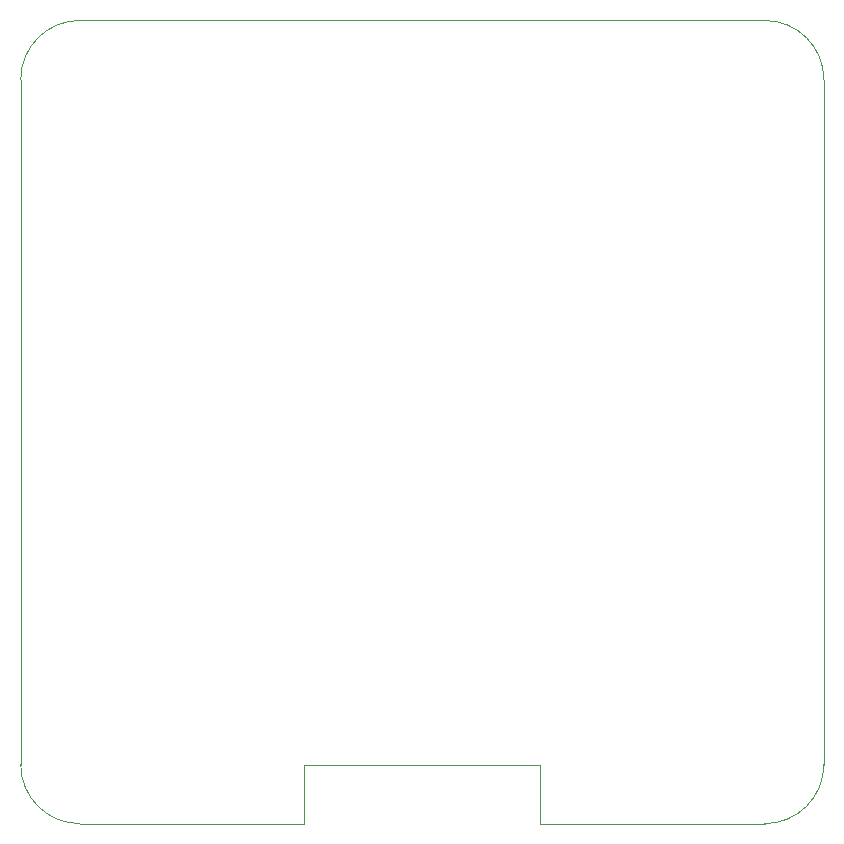
<source format=gbr>
G04 #@! TF.GenerationSoftware,KiCad,Pcbnew,(5.1.4-0)*
G04 #@! TF.CreationDate,2022-04-01T12:31:45+08:00*
G04 #@! TF.ProjectId,esp8266_ntp_clock,65737038-3236-4365-9f6e-74705f636c6f,v1.0*
G04 #@! TF.SameCoordinates,Original*
G04 #@! TF.FileFunction,Profile,NP*
%FSLAX46Y46*%
G04 Gerber Fmt 4.6, Leading zero omitted, Abs format (unit mm)*
G04 Created by KiCad (PCBNEW (5.1.4-0)) date 2022-04-01 12:31:45*
%MOMM*%
%LPD*%
G04 APERTURE LIST*
%ADD10C,0.050000*%
%ADD11C,0.100000*%
G04 APERTURE END LIST*
D10*
X104000000Y-118000000D02*
X85000000Y-118000000D01*
X124000000Y-118000000D02*
X143000000Y-118000000D01*
X124000000Y-113000000D02*
X124000000Y-118000000D01*
X104000000Y-113000000D02*
X124000000Y-113000000D01*
X104000000Y-118000000D02*
X104000000Y-113000000D01*
X148000000Y-113000000D02*
G75*
G02X143000000Y-118000000I-5000000J0D01*
G01*
X85000000Y-118000000D02*
G75*
G02X80000000Y-113000000I0J5000000D01*
G01*
X80000000Y-55000000D02*
G75*
G02X85000000Y-50000000I5000000J0D01*
G01*
X143000000Y-50000000D02*
G75*
G02X148000000Y-55000000I0J-5000000D01*
G01*
D11*
X80000000Y-113000000D02*
X80000000Y-55000000D01*
X148000000Y-55000000D02*
X148000000Y-113000000D01*
X85000000Y-50000000D02*
X143000000Y-50000000D01*
M02*

</source>
